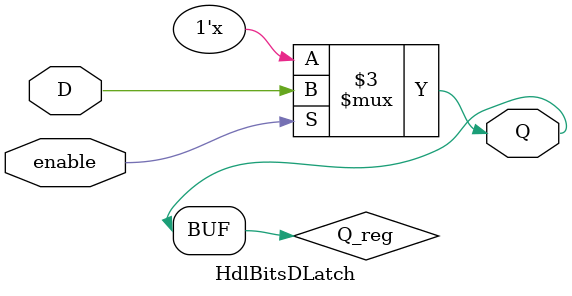
<source format=v>
module HdlBitsDLatch (
    input wire D,
    input wire enable,
    output wire Q
);
    reg Q_reg;

    always @* begin
        if (enable) begin
            Q_reg = D;
        end
    end

    assign Q = Q_reg;
endmodule

</source>
